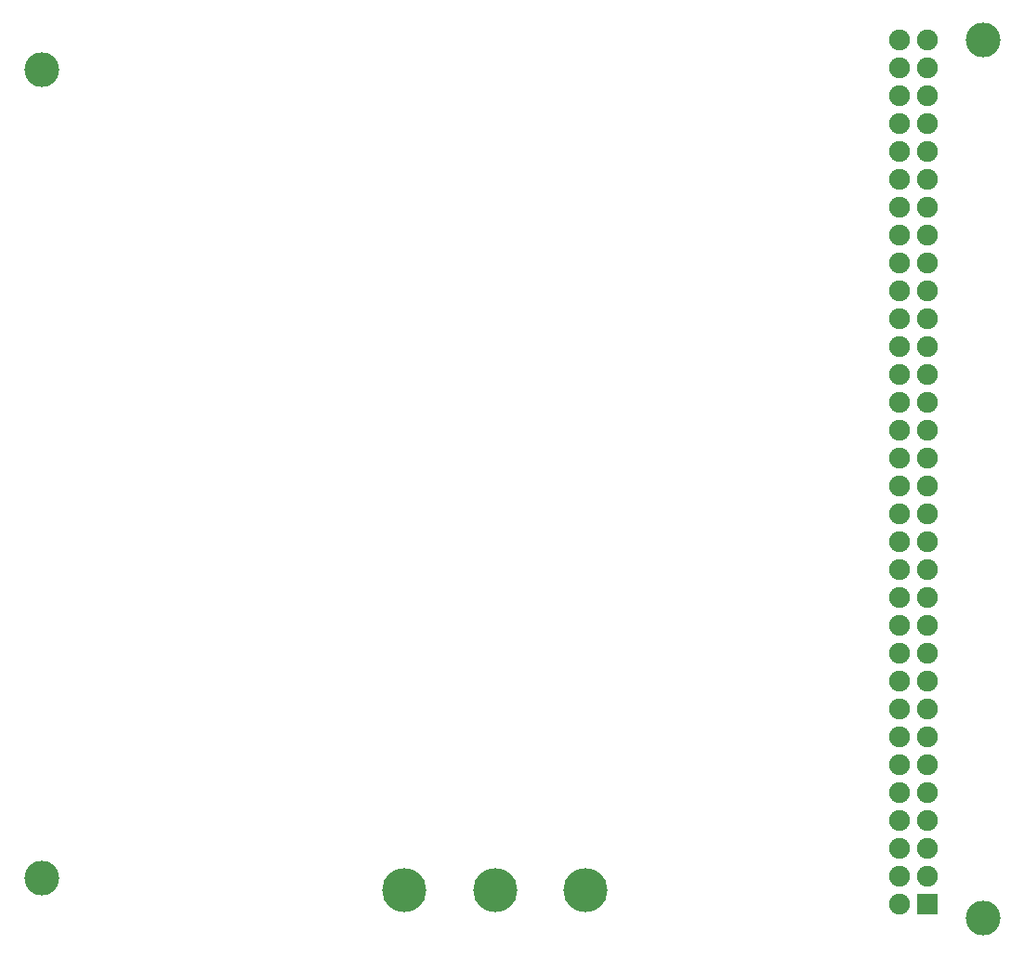
<source format=gbr>
G04 DipTrace 3.3.1.3*
G04 BottomMask.gbr*
%MOIN*%
G04 #@! TF.FileFunction,Soldermask,Bot*
G04 #@! TF.Part,Single*
%ADD21C,0.125*%
%ADD27C,0.074809*%
%ADD29R,0.074809X0.074809*%
%ADD31C,0.15788*%
%FSLAX26Y26*%
G04*
G70*
G90*
G75*
G01*
G04 BotMask*
%LPD*%
D21*
X595213Y3638758D3*
Y738759D3*
X3970213Y595008D3*
Y3745008D3*
D31*
X2220213Y695008D3*
X2545213D3*
X1895213D3*
D29*
X3770213Y645008D3*
D27*
X3670213D3*
X3770213Y745008D3*
X3670213D3*
X3770213Y845008D3*
X3670213D3*
X3770213Y945008D3*
X3670213D3*
X3770213Y1045008D3*
X3670213D3*
X3770213Y1145008D3*
X3670213D3*
X3770213Y1245008D3*
X3670213D3*
X3770213Y1345008D3*
X3670213D3*
X3770213Y1445008D3*
X3670213D3*
X3770213Y1545008D3*
X3670213D3*
X3770213Y1645008D3*
X3670213D3*
X3770213Y1745008D3*
X3670213D3*
X3770213Y1845008D3*
X3670213D3*
X3770213Y1945008D3*
X3670213D3*
X3770213Y2045008D3*
X3670213D3*
X3770213Y2145008D3*
X3670213D3*
X3770213Y2245008D3*
X3670213D3*
X3770213Y2345008D3*
X3670213D3*
X3770213Y2445008D3*
X3670213D3*
X3770213Y2545008D3*
X3670213D3*
X3770213Y2645008D3*
X3670213D3*
X3770213Y2745008D3*
X3670213D3*
X3770213Y2845008D3*
X3670213D3*
X3770213Y2945008D3*
X3670213D3*
X3770213Y3045008D3*
X3670213D3*
X3770213Y3145008D3*
X3670213D3*
X3770213Y3245008D3*
X3670213D3*
X3770213Y3345008D3*
X3670213D3*
X3770213Y3445008D3*
X3670213D3*
X3770213Y3545008D3*
X3670213D3*
X3770213Y3645008D3*
X3670213D3*
X3770213Y3745008D3*
X3670213D3*
M02*

</source>
